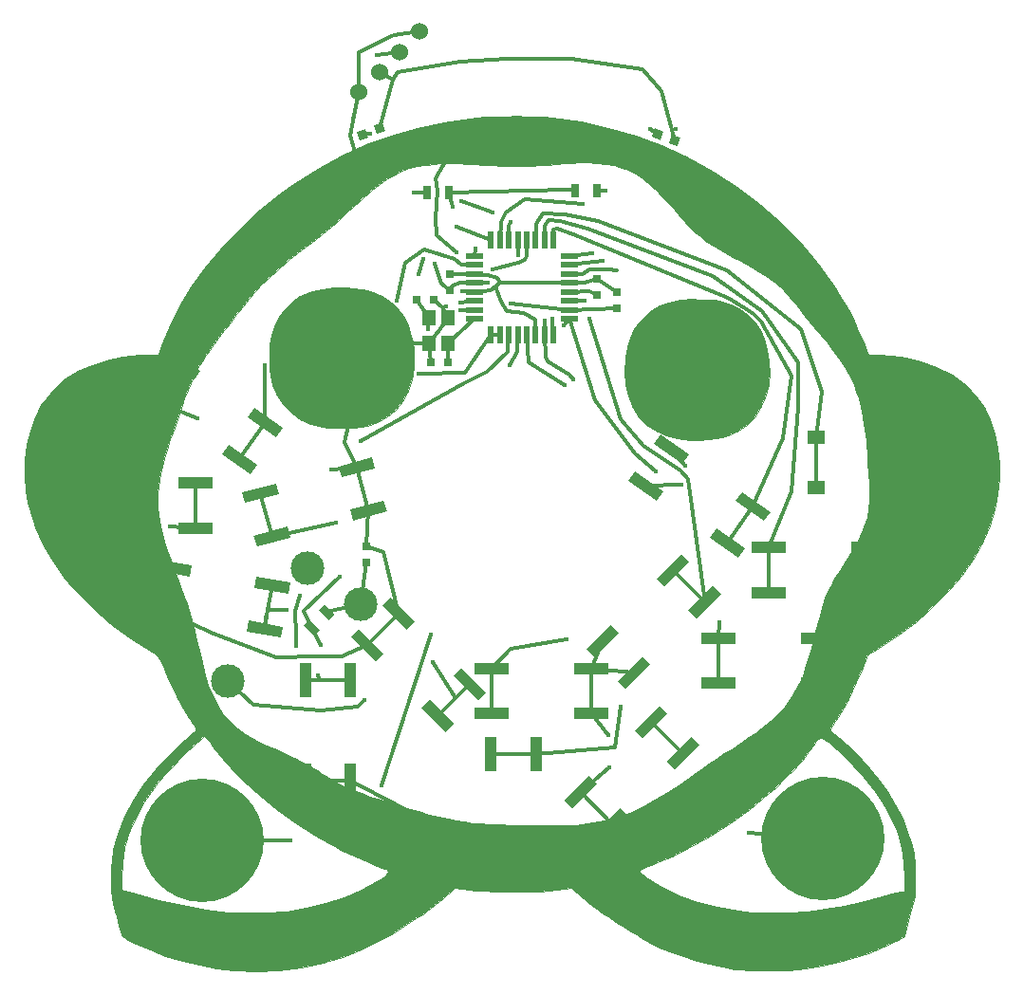
<source format=gtl>
G04 #@! TF.FileFunction,Copper,L1,Top,Signal*
%FSLAX46Y46*%
G04 Gerber Fmt 4.6, Leading zero omitted, Abs format (unit mm)*
G04 Created by KiCad (PCBNEW 4.0.7-e2-6376~58~ubuntu16.04.1) date Tue Oct 31 02:22:27 2017*
%MOMM*%
%LPD*%
G01*
G04 APERTURE LIST*
%ADD10C,0.100000*%
%ADD11C,0.010000*%
%ADD12R,0.750000X0.800000*%
%ADD13R,0.800000X0.750000*%
%ADD14C,11.000000*%
%ADD15R,1.193800X1.397000*%
%ADD16R,1.600000X0.550000*%
%ADD17R,0.550000X1.600000*%
%ADD18R,0.700000X1.300000*%
%ADD19R,3.100000X1.000000*%
%ADD20R,1.000000X3.100000*%
%ADD21C,3.000000*%
%ADD22R,1.550000X1.300000*%
%ADD23C,1.524000*%
%ADD24C,0.400000*%
%ADD25C,0.355600*%
G04 APERTURE END LIST*
D10*
D11*
G36*
X1043315Y35922462D02*
X1909308Y35900254D01*
X2672216Y35863030D01*
X3290968Y35810507D01*
X3320221Y35807143D01*
X5900884Y35423112D01*
X8378357Y34885665D01*
X10762185Y34192021D01*
X13061912Y33339398D01*
X15287084Y32325016D01*
X15311123Y32312977D01*
X17561165Y31081029D01*
X19701002Y29697461D01*
X21725896Y28166462D01*
X23631112Y26492219D01*
X25411911Y24678922D01*
X27063556Y22730760D01*
X28581311Y20651919D01*
X28700818Y20474084D01*
X29210315Y19651690D01*
X29735844Y18696031D01*
X30253117Y17657619D01*
X30737844Y16586966D01*
X31165738Y15534584D01*
X31433999Y14789905D01*
X31484186Y14712588D01*
X31595556Y14663648D01*
X31803934Y14636965D01*
X32145144Y14626417D01*
X32397603Y14625275D01*
X33650070Y14558255D01*
X34930396Y14365177D01*
X36193051Y14058015D01*
X37392506Y13648741D01*
X38483231Y13149329D01*
X38897259Y12915998D01*
X39573897Y12453088D01*
X40256154Y11886940D01*
X40871390Y11280681D01*
X41152155Y10956398D01*
X41844080Y9952357D01*
X42398281Y8837196D01*
X42814036Y7628750D01*
X43090624Y6344855D01*
X43227326Y5003346D01*
X43223421Y3622058D01*
X43078187Y2218826D01*
X42790904Y811487D01*
X42360853Y-582126D01*
X41787311Y-1944175D01*
X41682035Y-2158271D01*
X40848405Y-3626707D01*
X39838066Y-5069399D01*
X38661875Y-6475386D01*
X37330691Y-7833705D01*
X35855372Y-9133394D01*
X34246774Y-10363491D01*
X32515755Y-11513033D01*
X32263526Y-11667363D01*
X31479423Y-12142237D01*
X31031685Y-13269407D01*
X30389652Y-14784481D01*
X29735756Y-16124656D01*
X29063394Y-17303108D01*
X28817370Y-17687546D01*
X28558448Y-18087933D01*
X28345127Y-18433705D01*
X28195457Y-18694354D01*
X28127487Y-18839373D01*
X28125904Y-18856287D01*
X28207849Y-18947624D01*
X28400060Y-19124332D01*
X28666375Y-19353634D01*
X28767258Y-19437653D01*
X30091761Y-20623811D01*
X31341662Y-21925351D01*
X32475410Y-23296622D01*
X33203392Y-24311816D01*
X33952338Y-25520030D01*
X34555518Y-26704776D01*
X35038051Y-27921313D01*
X35410014Y-29166206D01*
X35506514Y-29554250D01*
X35576667Y-29886062D01*
X35624681Y-30205019D01*
X35654767Y-30554499D01*
X35671133Y-30977877D01*
X35677989Y-31518531D01*
X35679323Y-31941391D01*
X35681703Y-33681762D01*
X35224442Y-35473022D01*
X34767182Y-37264283D01*
X34142590Y-37604254D01*
X32926266Y-38200570D01*
X31563746Y-38750973D01*
X30093932Y-39243279D01*
X28555730Y-39665303D01*
X26988041Y-40004861D01*
X25897999Y-40186373D01*
X25231846Y-40260384D01*
X24434017Y-40312803D01*
X23551369Y-40343604D01*
X22630761Y-40352762D01*
X21719051Y-40340251D01*
X20863099Y-40306045D01*
X20109762Y-40250117D01*
X19613363Y-40189855D01*
X18490893Y-39990333D01*
X17336347Y-39732792D01*
X16183445Y-39427911D01*
X15065908Y-39086372D01*
X14017456Y-38718856D01*
X13071809Y-38336045D01*
X12262689Y-37948620D01*
X11906961Y-37748800D01*
X11675322Y-37611441D01*
X11334552Y-37411210D01*
X10938305Y-37179576D01*
X10683998Y-37031493D01*
X10225888Y-36758651D01*
X9738510Y-36457858D01*
X9300706Y-36178127D01*
X9140430Y-36071881D01*
X8780515Y-35833971D01*
X8432534Y-35611919D01*
X8161058Y-35446764D01*
X8118975Y-35422680D01*
X7816338Y-35227952D01*
X7402099Y-34924845D01*
X6902036Y-34533537D01*
X6341926Y-34074207D01*
X5747548Y-33567031D01*
X5740622Y-33561006D01*
X5056579Y-32965815D01*
X3765067Y-33132737D01*
X3050953Y-33204437D01*
X2192196Y-33257305D01*
X1231357Y-33291343D01*
X210997Y-33306553D01*
X-826323Y-33302936D01*
X-1838044Y-33280492D01*
X-2781604Y-33239223D01*
X-3614443Y-33179131D01*
X-4055801Y-33132511D01*
X-5411082Y-32965937D01*
X-5796171Y-33338049D01*
X-6016471Y-33538862D01*
X-6322071Y-33801250D01*
X-6683978Y-34102111D01*
X-7073203Y-34418346D01*
X-7460754Y-34726854D01*
X-7817639Y-35004537D01*
X-8114869Y-35228292D01*
X-8323451Y-35375021D01*
X-8411735Y-35422132D01*
X-8519238Y-35471717D01*
X-8745500Y-35605682D01*
X-9054222Y-35801837D01*
X-9312832Y-35972917D01*
X-10885931Y-36973305D01*
X-12403595Y-37818836D01*
X-13894549Y-38522929D01*
X-15387516Y-39099004D01*
X-16911224Y-39560478D01*
X-17093853Y-39607862D01*
X-19122629Y-40044922D01*
X-21104874Y-40307211D01*
X-23059430Y-40396384D01*
X-25005137Y-40314098D01*
X-25068391Y-40308570D01*
X-26584509Y-40122533D01*
X-28129454Y-39836278D01*
X-29665723Y-39460858D01*
X-31155810Y-39007324D01*
X-32562208Y-38486729D01*
X-33847414Y-37910124D01*
X-34638668Y-37488418D01*
X-34830374Y-37372763D01*
X-34963594Y-37261143D01*
X-35061749Y-37112122D01*
X-35148260Y-36884266D01*
X-35246546Y-36536139D01*
X-35306822Y-36306331D01*
X-35421137Y-35888589D01*
X-35531331Y-35521504D01*
X-35621854Y-35255214D01*
X-35661932Y-35161491D01*
X-35717789Y-34988873D01*
X-35786389Y-34675299D01*
X-35858692Y-34266695D01*
X-35920457Y-33848218D01*
X-35997687Y-33035471D01*
X-36027183Y-32154640D01*
X-36026263Y-32106021D01*
X-35107175Y-32106021D01*
X-35105590Y-32565871D01*
X-35095389Y-32869560D01*
X-35071294Y-33049047D01*
X-35028031Y-33136288D01*
X-34960323Y-33163242D01*
X-34932460Y-33164354D01*
X-34771267Y-33191224D01*
X-34478278Y-33263646D01*
X-34100738Y-33369338D01*
X-33827090Y-33451696D01*
X-31781387Y-34025185D01*
X-29678500Y-34502075D01*
X-27578865Y-34870414D01*
X-25542925Y-35118250D01*
X-25284091Y-35141162D01*
X-24726571Y-35172427D01*
X-24034273Y-35187090D01*
X-23259737Y-35186203D01*
X-22455501Y-35170819D01*
X-21674107Y-35141989D01*
X-20968094Y-35100767D01*
X-20390001Y-35048203D01*
X-20339408Y-35042137D01*
X-18563192Y-34751692D01*
X-16849790Y-34329998D01*
X-15222938Y-33785141D01*
X-13706373Y-33125207D01*
X-12323829Y-32358282D01*
X-12165072Y-32257522D01*
X-11761381Y-31987950D01*
X-11499783Y-31786987D01*
X-11356856Y-31633767D01*
X-11309181Y-31507421D01*
X-11308746Y-31494540D01*
X-11310191Y-31488724D01*
X11109016Y-31488724D01*
X11272375Y-31698898D01*
X11609080Y-31969359D01*
X11716806Y-32044326D01*
X13108488Y-32884096D01*
X14636336Y-33602863D01*
X16289516Y-34197061D01*
X18057195Y-34663123D01*
X19928539Y-34997482D01*
X21100221Y-35133737D01*
X21662779Y-35169132D01*
X22364524Y-35186331D01*
X23157459Y-35186183D01*
X23993590Y-35169537D01*
X24824921Y-35137243D01*
X25603456Y-35090149D01*
X26133184Y-35044694D01*
X27732457Y-34838666D01*
X29443677Y-34532672D01*
X31225037Y-34135185D01*
X33034728Y-33654680D01*
X33136310Y-33625416D01*
X33616534Y-33492712D01*
X34042372Y-33386615D01*
X34376593Y-33315545D01*
X34581966Y-33287917D01*
X34617977Y-33290426D01*
X34686824Y-33295567D01*
X34734134Y-33249768D01*
X34763905Y-33124703D01*
X34780137Y-32892047D01*
X34786827Y-32523475D01*
X34787999Y-32086018D01*
X34717440Y-30694980D01*
X34502055Y-29353243D01*
X34136281Y-28049516D01*
X33614556Y-26772508D01*
X32931317Y-25510930D01*
X32081001Y-24253491D01*
X31058047Y-22988901D01*
X29856890Y-21705870D01*
X29500485Y-21354030D01*
X28881344Y-20759240D01*
X28376315Y-20293555D01*
X27970721Y-19948920D01*
X27649879Y-19717284D01*
X27399110Y-19590595D01*
X27203734Y-19560799D01*
X27049070Y-19619844D01*
X26920439Y-19759678D01*
X26841124Y-19895299D01*
X26687613Y-20144714D01*
X26485403Y-20418900D01*
X26447946Y-20464427D01*
X26242133Y-20732880D01*
X26066945Y-20999786D01*
X26044715Y-21039137D01*
X25895057Y-21253801D01*
X25630055Y-21571797D01*
X25272872Y-21969113D01*
X24846667Y-22421736D01*
X24374601Y-22905656D01*
X23879835Y-23396859D01*
X23385531Y-23871335D01*
X22914848Y-24305070D01*
X22771402Y-24432748D01*
X20993496Y-25909670D01*
X19186311Y-27227132D01*
X17308057Y-28413406D01*
X15316945Y-29496765D01*
X15196733Y-29557230D01*
X14631337Y-29831691D01*
X14000990Y-30123149D01*
X13345337Y-30414605D01*
X12704022Y-30689056D01*
X12116688Y-30929503D01*
X11622980Y-31118944D01*
X11292999Y-31231312D01*
X11116670Y-31334356D01*
X11109016Y-31488724D01*
X-11310191Y-31488724D01*
X-11349779Y-31329449D01*
X-11418370Y-31282873D01*
X-11590089Y-31244140D01*
X-11903426Y-31135953D01*
X-12330404Y-30970332D01*
X-12843046Y-30759295D01*
X-13413377Y-30514861D01*
X-14013418Y-30249049D01*
X-14615195Y-29973877D01*
X-15190730Y-29701364D01*
X-15712048Y-29443529D01*
X-15776816Y-29410466D01*
X-17684487Y-28357142D01*
X-19520460Y-27193959D01*
X-21265365Y-25936722D01*
X-22899832Y-24601237D01*
X-24404493Y-23203311D01*
X-25759977Y-21758749D01*
X-26924594Y-20313552D01*
X-27148510Y-20025661D01*
X-27366831Y-19767910D01*
X-27474624Y-19653559D01*
X-27695396Y-19438125D01*
X-28556476Y-20174904D01*
X-29223687Y-20773177D01*
X-29926597Y-21451726D01*
X-30626367Y-22169785D01*
X-31284161Y-22886587D01*
X-31861141Y-23561365D01*
X-32225805Y-24026517D01*
X-33129936Y-25349771D01*
X-33855745Y-26656591D01*
X-34409800Y-27965399D01*
X-34798670Y-29294612D01*
X-35028925Y-30662652D01*
X-35107132Y-32087938D01*
X-35107175Y-32106021D01*
X-36026263Y-32106021D01*
X-36010358Y-31266006D01*
X-35948624Y-30429850D01*
X-35843390Y-29706454D01*
X-35820949Y-29597524D01*
X-35407303Y-28117253D01*
X-34813062Y-26640554D01*
X-34045623Y-25178652D01*
X-33112386Y-23742771D01*
X-32020746Y-22344136D01*
X-30778102Y-20993972D01*
X-29391851Y-19703504D01*
X-29182371Y-19524550D01*
X-28878075Y-19262181D01*
X-28632641Y-19040801D01*
X-28479077Y-18890712D01*
X-28444653Y-18847212D01*
X-28481062Y-18742104D01*
X-28603608Y-18512974D01*
X-28793780Y-18192160D01*
X-29033067Y-17812001D01*
X-29068505Y-17757312D01*
X-29588632Y-16916609D01*
X-30065710Y-16053592D01*
X-30524218Y-15120237D01*
X-30988633Y-14068520D01*
X-31165138Y-13643984D01*
X-31374901Y-13136703D01*
X-31534200Y-12772311D01*
X-31662802Y-12519145D01*
X-31780472Y-12345544D01*
X-31906974Y-12219845D01*
X-32062073Y-12110388D01*
X-32160575Y-12049386D01*
X-34121986Y-10779996D01*
X-35900031Y-9473507D01*
X-37496098Y-8128404D01*
X-38911572Y-6743172D01*
X-40147841Y-5316298D01*
X-41206290Y-3846266D01*
X-42088308Y-2331564D01*
X-42795279Y-770675D01*
X-43003038Y-209116D01*
X-43392647Y1136247D01*
X-43466756Y1548979D01*
X-31856163Y1548979D01*
X-31845505Y964755D01*
X-31809174Y406112D01*
X-31741301Y-149564D01*
X-31636018Y-724891D01*
X-31487455Y-1342483D01*
X-31289745Y-2024957D01*
X-31037018Y-2794927D01*
X-30723405Y-3675009D01*
X-30343038Y-4687820D01*
X-30022470Y-5517247D01*
X-29718830Y-6302959D01*
X-29466623Y-6976429D01*
X-29254212Y-7576442D01*
X-29069957Y-8141785D01*
X-28902222Y-8711246D01*
X-28739367Y-9323612D01*
X-28569755Y-10017668D01*
X-28381747Y-10832203D01*
X-28244833Y-11441637D01*
X-27922641Y-12808933D01*
X-27598063Y-14006492D01*
X-27257664Y-15052400D01*
X-26888006Y-15964744D01*
X-26475655Y-16761610D01*
X-26007173Y-17461085D01*
X-25469125Y-18081254D01*
X-24848075Y-18640204D01*
X-24130587Y-19156021D01*
X-23303224Y-19646792D01*
X-22352552Y-20130603D01*
X-21498541Y-20522871D01*
X-20428752Y-21006327D01*
X-19514857Y-21440063D01*
X-18734790Y-21835442D01*
X-18066488Y-22203825D01*
X-17487886Y-22556573D01*
X-17270455Y-22700000D01*
X-16709442Y-23067638D01*
X-16169532Y-23394248D01*
X-15625147Y-23690790D01*
X-15050708Y-23968224D01*
X-14420640Y-24237509D01*
X-13709363Y-24509607D01*
X-12891300Y-24795478D01*
X-11940873Y-25106081D01*
X-10884882Y-25436259D01*
X-9655374Y-25811564D01*
X-8577483Y-26131347D01*
X-7624612Y-26400407D01*
X-6770160Y-26623540D01*
X-5987531Y-26805547D01*
X-5250124Y-26951223D01*
X-4531342Y-27065369D01*
X-3804584Y-27152781D01*
X-3043253Y-27218258D01*
X-2220750Y-27266598D01*
X-1310476Y-27302599D01*
X-395705Y-27328378D01*
X644217Y-27353756D01*
X1517634Y-27374047D01*
X2246122Y-27389252D01*
X2851255Y-27399371D01*
X3354609Y-27404405D01*
X3777759Y-27404355D01*
X4142279Y-27399220D01*
X4469745Y-27389002D01*
X4781732Y-27373700D01*
X5099814Y-27353315D01*
X5436888Y-27328511D01*
X6515292Y-27219061D01*
X7536954Y-27054600D01*
X8522752Y-26826115D01*
X9493564Y-26524593D01*
X10470271Y-26141021D01*
X11473751Y-25666384D01*
X12524882Y-25091671D01*
X13644545Y-24407867D01*
X14853617Y-23605960D01*
X16114295Y-22719190D01*
X16650955Y-22340064D01*
X17293148Y-21897376D01*
X17987042Y-21427574D01*
X18678804Y-20967107D01*
X19312814Y-20553574D01*
X20159761Y-20003199D01*
X20869376Y-19529226D01*
X21466792Y-19113167D01*
X21977142Y-18736532D01*
X22425562Y-18380832D01*
X22837185Y-18027579D01*
X23197541Y-17695909D01*
X24071797Y-16766823D01*
X24794584Y-15770573D01*
X25229454Y-15008058D01*
X25425565Y-14615773D01*
X25599011Y-14236714D01*
X25758586Y-13844104D01*
X25913086Y-13411163D01*
X26071307Y-12911111D01*
X26242043Y-12317171D01*
X26434090Y-11602562D01*
X26656243Y-10740506D01*
X26741028Y-10405767D01*
X26980963Y-9462870D01*
X27189871Y-8671774D01*
X27380908Y-8001390D01*
X27567230Y-7420633D01*
X27761991Y-6898415D01*
X27978348Y-6403649D01*
X28229456Y-5905249D01*
X28528471Y-5372127D01*
X28888549Y-4773197D01*
X29322845Y-4077371D01*
X29613869Y-3617238D01*
X30169173Y-2720448D01*
X30618285Y-1936010D01*
X30970846Y-1228011D01*
X31236496Y-560540D01*
X31424877Y102318D01*
X31545630Y796473D01*
X31608395Y1557840D01*
X31622813Y2422331D01*
X31598525Y3425858D01*
X31586367Y3730387D01*
X31487446Y5431185D01*
X31341238Y6996227D01*
X31149479Y8410992D01*
X30913905Y9660960D01*
X30838251Y9988034D01*
X30656169Y10696395D01*
X30463959Y11339767D01*
X30249345Y11939160D01*
X30000051Y12515587D01*
X29703804Y13090058D01*
X29348327Y13683584D01*
X28921346Y14317177D01*
X28410584Y15011849D01*
X27803768Y15788609D01*
X27088621Y16668470D01*
X26570810Y17292511D01*
X26143820Y17806690D01*
X25736375Y18302060D01*
X25371152Y18750684D01*
X25070832Y19124625D01*
X24858094Y19395947D01*
X24793775Y19481491D01*
X24377804Y19981584D01*
X23844023Y20520159D01*
X23242763Y21051266D01*
X22624353Y21528955D01*
X22333758Y21727369D01*
X22015829Y21923867D01*
X21569709Y22185637D01*
X21033947Y22490785D01*
X20447090Y22817417D01*
X19847686Y23143640D01*
X19714839Y23214849D01*
X18865379Y23673916D01*
X18152807Y24075371D01*
X17546816Y24443302D01*
X17017104Y24801794D01*
X16533365Y25174934D01*
X16065295Y25586808D01*
X15582590Y26061502D01*
X15054944Y26623104D01*
X14452055Y27295698D01*
X14152939Y27635514D01*
X13355327Y28524920D01*
X12640702Y29272114D01*
X11986578Y29890689D01*
X11370469Y30394236D01*
X10769887Y30796348D01*
X10162347Y31110618D01*
X9525362Y31350637D01*
X8836445Y31529999D01*
X8073110Y31662294D01*
X7349743Y31747815D01*
X7034606Y31776038D01*
X6724588Y31795175D01*
X6397309Y31804396D01*
X6030384Y31802872D01*
X5601431Y31789773D01*
X5088068Y31764270D01*
X4467912Y31725533D01*
X3718581Y31672733D01*
X2817691Y31605040D01*
X2191332Y31556637D01*
X1551082Y31512910D01*
X930864Y31484835D01*
X298284Y31472771D01*
X-379051Y31477075D01*
X-1133534Y31498104D01*
X-1997558Y31536217D01*
X-3003517Y31591771D01*
X-3453112Y31618969D01*
X-4288413Y31668152D01*
X-4969885Y31702077D01*
X-5531193Y31721161D01*
X-6006003Y31725822D01*
X-6427979Y31716476D01*
X-6830787Y31693540D01*
X-7169038Y31665013D01*
X-7998340Y31570328D01*
X-8746922Y31443345D01*
X-9436244Y31272258D01*
X-10087767Y31045261D01*
X-10722953Y30750548D01*
X-11363261Y30376314D01*
X-12030153Y29910752D01*
X-12745089Y29342056D01*
X-13529529Y28658422D01*
X-14404936Y27848042D01*
X-14811382Y27460825D01*
X-15587530Y26737372D01*
X-16367702Y26048970D01*
X-17109242Y25432255D01*
X-17741247Y24944543D01*
X-18994256Y24007965D01*
X-20094956Y23148860D01*
X-21056681Y22355476D01*
X-21892766Y21616056D01*
X-22616546Y20918847D01*
X-23241354Y20252093D01*
X-23738051Y19658238D01*
X-24269844Y18978751D01*
X-24821910Y18264880D01*
X-25375768Y17541192D01*
X-25912940Y16832257D01*
X-26414947Y16162641D01*
X-26863311Y15556912D01*
X-27239552Y15039637D01*
X-27525191Y14635385D01*
X-27611605Y14508343D01*
X-27921628Y14032856D01*
X-28195810Y13581666D01*
X-28446524Y13127671D01*
X-28686139Y12643773D01*
X-28927028Y12102871D01*
X-29181563Y11477866D01*
X-29462113Y10741657D01*
X-29781052Y9867146D01*
X-29963200Y9357127D01*
X-30386265Y8153267D01*
X-30743831Y7102887D01*
X-31040975Y6185056D01*
X-31282770Y5378843D01*
X-31474290Y4663317D01*
X-31620611Y4017547D01*
X-31726806Y3420602D01*
X-31797950Y2851551D01*
X-31839117Y2289463D01*
X-31855381Y1713407D01*
X-31856163Y1548979D01*
X-43466756Y1548979D01*
X-43639369Y2510304D01*
X-43745612Y3890914D01*
X-43713787Y5255933D01*
X-43546305Y6583222D01*
X-43245576Y7850637D01*
X-42814010Y9036038D01*
X-42254018Y10117283D01*
X-41807480Y10773338D01*
X-40996027Y11688111D01*
X-40042354Y12486499D01*
X-38954989Y13164700D01*
X-37742457Y13718917D01*
X-36413283Y14145349D01*
X-34975995Y14440195D01*
X-33439118Y14599657D01*
X-33194386Y14611931D01*
X-31797142Y14672312D01*
X-31428497Y15660090D01*
X-30695702Y17412684D01*
X-29822197Y19113182D01*
X-28798828Y20775168D01*
X-27616442Y22412227D01*
X-26265885Y24037944D01*
X-24738006Y25665903D01*
X-24579839Y25824628D01*
X-23629208Y26751596D01*
X-22746231Y27561963D01*
X-21888117Y28291446D01*
X-21012074Y28975765D01*
X-20075311Y29650638D01*
X-19633853Y29953132D01*
X-17548965Y31267753D01*
X-15430446Y32411765D01*
X-13261610Y33391369D01*
X-11025768Y34212767D01*
X-8706231Y34882160D01*
X-6286313Y35405749D01*
X-4017557Y35756323D01*
X-3395506Y35818232D01*
X-2630125Y35866833D01*
X-1762484Y35901841D01*
X-833650Y35922971D01*
X115306Y35929940D01*
X1043315Y35922462D01*
X1043315Y35922462D01*
G37*
X1043315Y35922462D02*
X1909308Y35900254D01*
X2672216Y35863030D01*
X3290968Y35810507D01*
X3320221Y35807143D01*
X5900884Y35423112D01*
X8378357Y34885665D01*
X10762185Y34192021D01*
X13061912Y33339398D01*
X15287084Y32325016D01*
X15311123Y32312977D01*
X17561165Y31081029D01*
X19701002Y29697461D01*
X21725896Y28166462D01*
X23631112Y26492219D01*
X25411911Y24678922D01*
X27063556Y22730760D01*
X28581311Y20651919D01*
X28700818Y20474084D01*
X29210315Y19651690D01*
X29735844Y18696031D01*
X30253117Y17657619D01*
X30737844Y16586966D01*
X31165738Y15534584D01*
X31433999Y14789905D01*
X31484186Y14712588D01*
X31595556Y14663648D01*
X31803934Y14636965D01*
X32145144Y14626417D01*
X32397603Y14625275D01*
X33650070Y14558255D01*
X34930396Y14365177D01*
X36193051Y14058015D01*
X37392506Y13648741D01*
X38483231Y13149329D01*
X38897259Y12915998D01*
X39573897Y12453088D01*
X40256154Y11886940D01*
X40871390Y11280681D01*
X41152155Y10956398D01*
X41844080Y9952357D01*
X42398281Y8837196D01*
X42814036Y7628750D01*
X43090624Y6344855D01*
X43227326Y5003346D01*
X43223421Y3622058D01*
X43078187Y2218826D01*
X42790904Y811487D01*
X42360853Y-582126D01*
X41787311Y-1944175D01*
X41682035Y-2158271D01*
X40848405Y-3626707D01*
X39838066Y-5069399D01*
X38661875Y-6475386D01*
X37330691Y-7833705D01*
X35855372Y-9133394D01*
X34246774Y-10363491D01*
X32515755Y-11513033D01*
X32263526Y-11667363D01*
X31479423Y-12142237D01*
X31031685Y-13269407D01*
X30389652Y-14784481D01*
X29735756Y-16124656D01*
X29063394Y-17303108D01*
X28817370Y-17687546D01*
X28558448Y-18087933D01*
X28345127Y-18433705D01*
X28195457Y-18694354D01*
X28127487Y-18839373D01*
X28125904Y-18856287D01*
X28207849Y-18947624D01*
X28400060Y-19124332D01*
X28666375Y-19353634D01*
X28767258Y-19437653D01*
X30091761Y-20623811D01*
X31341662Y-21925351D01*
X32475410Y-23296622D01*
X33203392Y-24311816D01*
X33952338Y-25520030D01*
X34555518Y-26704776D01*
X35038051Y-27921313D01*
X35410014Y-29166206D01*
X35506514Y-29554250D01*
X35576667Y-29886062D01*
X35624681Y-30205019D01*
X35654767Y-30554499D01*
X35671133Y-30977877D01*
X35677989Y-31518531D01*
X35679323Y-31941391D01*
X35681703Y-33681762D01*
X35224442Y-35473022D01*
X34767182Y-37264283D01*
X34142590Y-37604254D01*
X32926266Y-38200570D01*
X31563746Y-38750973D01*
X30093932Y-39243279D01*
X28555730Y-39665303D01*
X26988041Y-40004861D01*
X25897999Y-40186373D01*
X25231846Y-40260384D01*
X24434017Y-40312803D01*
X23551369Y-40343604D01*
X22630761Y-40352762D01*
X21719051Y-40340251D01*
X20863099Y-40306045D01*
X20109762Y-40250117D01*
X19613363Y-40189855D01*
X18490893Y-39990333D01*
X17336347Y-39732792D01*
X16183445Y-39427911D01*
X15065908Y-39086372D01*
X14017456Y-38718856D01*
X13071809Y-38336045D01*
X12262689Y-37948620D01*
X11906961Y-37748800D01*
X11675322Y-37611441D01*
X11334552Y-37411210D01*
X10938305Y-37179576D01*
X10683998Y-37031493D01*
X10225888Y-36758651D01*
X9738510Y-36457858D01*
X9300706Y-36178127D01*
X9140430Y-36071881D01*
X8780515Y-35833971D01*
X8432534Y-35611919D01*
X8161058Y-35446764D01*
X8118975Y-35422680D01*
X7816338Y-35227952D01*
X7402099Y-34924845D01*
X6902036Y-34533537D01*
X6341926Y-34074207D01*
X5747548Y-33567031D01*
X5740622Y-33561006D01*
X5056579Y-32965815D01*
X3765067Y-33132737D01*
X3050953Y-33204437D01*
X2192196Y-33257305D01*
X1231357Y-33291343D01*
X210997Y-33306553D01*
X-826323Y-33302936D01*
X-1838044Y-33280492D01*
X-2781604Y-33239223D01*
X-3614443Y-33179131D01*
X-4055801Y-33132511D01*
X-5411082Y-32965937D01*
X-5796171Y-33338049D01*
X-6016471Y-33538862D01*
X-6322071Y-33801250D01*
X-6683978Y-34102111D01*
X-7073203Y-34418346D01*
X-7460754Y-34726854D01*
X-7817639Y-35004537D01*
X-8114869Y-35228292D01*
X-8323451Y-35375021D01*
X-8411735Y-35422132D01*
X-8519238Y-35471717D01*
X-8745500Y-35605682D01*
X-9054222Y-35801837D01*
X-9312832Y-35972917D01*
X-10885931Y-36973305D01*
X-12403595Y-37818836D01*
X-13894549Y-38522929D01*
X-15387516Y-39099004D01*
X-16911224Y-39560478D01*
X-17093853Y-39607862D01*
X-19122629Y-40044922D01*
X-21104874Y-40307211D01*
X-23059430Y-40396384D01*
X-25005137Y-40314098D01*
X-25068391Y-40308570D01*
X-26584509Y-40122533D01*
X-28129454Y-39836278D01*
X-29665723Y-39460858D01*
X-31155810Y-39007324D01*
X-32562208Y-38486729D01*
X-33847414Y-37910124D01*
X-34638668Y-37488418D01*
X-34830374Y-37372763D01*
X-34963594Y-37261143D01*
X-35061749Y-37112122D01*
X-35148260Y-36884266D01*
X-35246546Y-36536139D01*
X-35306822Y-36306331D01*
X-35421137Y-35888589D01*
X-35531331Y-35521504D01*
X-35621854Y-35255214D01*
X-35661932Y-35161491D01*
X-35717789Y-34988873D01*
X-35786389Y-34675299D01*
X-35858692Y-34266695D01*
X-35920457Y-33848218D01*
X-35997687Y-33035471D01*
X-36027183Y-32154640D01*
X-36026263Y-32106021D01*
X-35107175Y-32106021D01*
X-35105590Y-32565871D01*
X-35095389Y-32869560D01*
X-35071294Y-33049047D01*
X-35028031Y-33136288D01*
X-34960323Y-33163242D01*
X-34932460Y-33164354D01*
X-34771267Y-33191224D01*
X-34478278Y-33263646D01*
X-34100738Y-33369338D01*
X-33827090Y-33451696D01*
X-31781387Y-34025185D01*
X-29678500Y-34502075D01*
X-27578865Y-34870414D01*
X-25542925Y-35118250D01*
X-25284091Y-35141162D01*
X-24726571Y-35172427D01*
X-24034273Y-35187090D01*
X-23259737Y-35186203D01*
X-22455501Y-35170819D01*
X-21674107Y-35141989D01*
X-20968094Y-35100767D01*
X-20390001Y-35048203D01*
X-20339408Y-35042137D01*
X-18563192Y-34751692D01*
X-16849790Y-34329998D01*
X-15222938Y-33785141D01*
X-13706373Y-33125207D01*
X-12323829Y-32358282D01*
X-12165072Y-32257522D01*
X-11761381Y-31987950D01*
X-11499783Y-31786987D01*
X-11356856Y-31633767D01*
X-11309181Y-31507421D01*
X-11308746Y-31494540D01*
X-11310191Y-31488724D01*
X11109016Y-31488724D01*
X11272375Y-31698898D01*
X11609080Y-31969359D01*
X11716806Y-32044326D01*
X13108488Y-32884096D01*
X14636336Y-33602863D01*
X16289516Y-34197061D01*
X18057195Y-34663123D01*
X19928539Y-34997482D01*
X21100221Y-35133737D01*
X21662779Y-35169132D01*
X22364524Y-35186331D01*
X23157459Y-35186183D01*
X23993590Y-35169537D01*
X24824921Y-35137243D01*
X25603456Y-35090149D01*
X26133184Y-35044694D01*
X27732457Y-34838666D01*
X29443677Y-34532672D01*
X31225037Y-34135185D01*
X33034728Y-33654680D01*
X33136310Y-33625416D01*
X33616534Y-33492712D01*
X34042372Y-33386615D01*
X34376593Y-33315545D01*
X34581966Y-33287917D01*
X34617977Y-33290426D01*
X34686824Y-33295567D01*
X34734134Y-33249768D01*
X34763905Y-33124703D01*
X34780137Y-32892047D01*
X34786827Y-32523475D01*
X34787999Y-32086018D01*
X34717440Y-30694980D01*
X34502055Y-29353243D01*
X34136281Y-28049516D01*
X33614556Y-26772508D01*
X32931317Y-25510930D01*
X32081001Y-24253491D01*
X31058047Y-22988901D01*
X29856890Y-21705870D01*
X29500485Y-21354030D01*
X28881344Y-20759240D01*
X28376315Y-20293555D01*
X27970721Y-19948920D01*
X27649879Y-19717284D01*
X27399110Y-19590595D01*
X27203734Y-19560799D01*
X27049070Y-19619844D01*
X26920439Y-19759678D01*
X26841124Y-19895299D01*
X26687613Y-20144714D01*
X26485403Y-20418900D01*
X26447946Y-20464427D01*
X26242133Y-20732880D01*
X26066945Y-20999786D01*
X26044715Y-21039137D01*
X25895057Y-21253801D01*
X25630055Y-21571797D01*
X25272872Y-21969113D01*
X24846667Y-22421736D01*
X24374601Y-22905656D01*
X23879835Y-23396859D01*
X23385531Y-23871335D01*
X22914848Y-24305070D01*
X22771402Y-24432748D01*
X20993496Y-25909670D01*
X19186311Y-27227132D01*
X17308057Y-28413406D01*
X15316945Y-29496765D01*
X15196733Y-29557230D01*
X14631337Y-29831691D01*
X14000990Y-30123149D01*
X13345337Y-30414605D01*
X12704022Y-30689056D01*
X12116688Y-30929503D01*
X11622980Y-31118944D01*
X11292999Y-31231312D01*
X11116670Y-31334356D01*
X11109016Y-31488724D01*
X-11310191Y-31488724D01*
X-11349779Y-31329449D01*
X-11418370Y-31282873D01*
X-11590089Y-31244140D01*
X-11903426Y-31135953D01*
X-12330404Y-30970332D01*
X-12843046Y-30759295D01*
X-13413377Y-30514861D01*
X-14013418Y-30249049D01*
X-14615195Y-29973877D01*
X-15190730Y-29701364D01*
X-15712048Y-29443529D01*
X-15776816Y-29410466D01*
X-17684487Y-28357142D01*
X-19520460Y-27193959D01*
X-21265365Y-25936722D01*
X-22899832Y-24601237D01*
X-24404493Y-23203311D01*
X-25759977Y-21758749D01*
X-26924594Y-20313552D01*
X-27148510Y-20025661D01*
X-27366831Y-19767910D01*
X-27474624Y-19653559D01*
X-27695396Y-19438125D01*
X-28556476Y-20174904D01*
X-29223687Y-20773177D01*
X-29926597Y-21451726D01*
X-30626367Y-22169785D01*
X-31284161Y-22886587D01*
X-31861141Y-23561365D01*
X-32225805Y-24026517D01*
X-33129936Y-25349771D01*
X-33855745Y-26656591D01*
X-34409800Y-27965399D01*
X-34798670Y-29294612D01*
X-35028925Y-30662652D01*
X-35107132Y-32087938D01*
X-35107175Y-32106021D01*
X-36026263Y-32106021D01*
X-36010358Y-31266006D01*
X-35948624Y-30429850D01*
X-35843390Y-29706454D01*
X-35820949Y-29597524D01*
X-35407303Y-28117253D01*
X-34813062Y-26640554D01*
X-34045623Y-25178652D01*
X-33112386Y-23742771D01*
X-32020746Y-22344136D01*
X-30778102Y-20993972D01*
X-29391851Y-19703504D01*
X-29182371Y-19524550D01*
X-28878075Y-19262181D01*
X-28632641Y-19040801D01*
X-28479077Y-18890712D01*
X-28444653Y-18847212D01*
X-28481062Y-18742104D01*
X-28603608Y-18512974D01*
X-28793780Y-18192160D01*
X-29033067Y-17812001D01*
X-29068505Y-17757312D01*
X-29588632Y-16916609D01*
X-30065710Y-16053592D01*
X-30524218Y-15120237D01*
X-30988633Y-14068520D01*
X-31165138Y-13643984D01*
X-31374901Y-13136703D01*
X-31534200Y-12772311D01*
X-31662802Y-12519145D01*
X-31780472Y-12345544D01*
X-31906974Y-12219845D01*
X-32062073Y-12110388D01*
X-32160575Y-12049386D01*
X-34121986Y-10779996D01*
X-35900031Y-9473507D01*
X-37496098Y-8128404D01*
X-38911572Y-6743172D01*
X-40147841Y-5316298D01*
X-41206290Y-3846266D01*
X-42088308Y-2331564D01*
X-42795279Y-770675D01*
X-43003038Y-209116D01*
X-43392647Y1136247D01*
X-43466756Y1548979D01*
X-31856163Y1548979D01*
X-31845505Y964755D01*
X-31809174Y406112D01*
X-31741301Y-149564D01*
X-31636018Y-724891D01*
X-31487455Y-1342483D01*
X-31289745Y-2024957D01*
X-31037018Y-2794927D01*
X-30723405Y-3675009D01*
X-30343038Y-4687820D01*
X-30022470Y-5517247D01*
X-29718830Y-6302959D01*
X-29466623Y-6976429D01*
X-29254212Y-7576442D01*
X-29069957Y-8141785D01*
X-28902222Y-8711246D01*
X-28739367Y-9323612D01*
X-28569755Y-10017668D01*
X-28381747Y-10832203D01*
X-28244833Y-11441637D01*
X-27922641Y-12808933D01*
X-27598063Y-14006492D01*
X-27257664Y-15052400D01*
X-26888006Y-15964744D01*
X-26475655Y-16761610D01*
X-26007173Y-17461085D01*
X-25469125Y-18081254D01*
X-24848075Y-18640204D01*
X-24130587Y-19156021D01*
X-23303224Y-19646792D01*
X-22352552Y-20130603D01*
X-21498541Y-20522871D01*
X-20428752Y-21006327D01*
X-19514857Y-21440063D01*
X-18734790Y-21835442D01*
X-18066488Y-22203825D01*
X-17487886Y-22556573D01*
X-17270455Y-22700000D01*
X-16709442Y-23067638D01*
X-16169532Y-23394248D01*
X-15625147Y-23690790D01*
X-15050708Y-23968224D01*
X-14420640Y-24237509D01*
X-13709363Y-24509607D01*
X-12891300Y-24795478D01*
X-11940873Y-25106081D01*
X-10884882Y-25436259D01*
X-9655374Y-25811564D01*
X-8577483Y-26131347D01*
X-7624612Y-26400407D01*
X-6770160Y-26623540D01*
X-5987531Y-26805547D01*
X-5250124Y-26951223D01*
X-4531342Y-27065369D01*
X-3804584Y-27152781D01*
X-3043253Y-27218258D01*
X-2220750Y-27266598D01*
X-1310476Y-27302599D01*
X-395705Y-27328378D01*
X644217Y-27353756D01*
X1517634Y-27374047D01*
X2246122Y-27389252D01*
X2851255Y-27399371D01*
X3354609Y-27404405D01*
X3777759Y-27404355D01*
X4142279Y-27399220D01*
X4469745Y-27389002D01*
X4781732Y-27373700D01*
X5099814Y-27353315D01*
X5436888Y-27328511D01*
X6515292Y-27219061D01*
X7536954Y-27054600D01*
X8522752Y-26826115D01*
X9493564Y-26524593D01*
X10470271Y-26141021D01*
X11473751Y-25666384D01*
X12524882Y-25091671D01*
X13644545Y-24407867D01*
X14853617Y-23605960D01*
X16114295Y-22719190D01*
X16650955Y-22340064D01*
X17293148Y-21897376D01*
X17987042Y-21427574D01*
X18678804Y-20967107D01*
X19312814Y-20553574D01*
X20159761Y-20003199D01*
X20869376Y-19529226D01*
X21466792Y-19113167D01*
X21977142Y-18736532D01*
X22425562Y-18380832D01*
X22837185Y-18027579D01*
X23197541Y-17695909D01*
X24071797Y-16766823D01*
X24794584Y-15770573D01*
X25229454Y-15008058D01*
X25425565Y-14615773D01*
X25599011Y-14236714D01*
X25758586Y-13844104D01*
X25913086Y-13411163D01*
X26071307Y-12911111D01*
X26242043Y-12317171D01*
X26434090Y-11602562D01*
X26656243Y-10740506D01*
X26741028Y-10405767D01*
X26980963Y-9462870D01*
X27189871Y-8671774D01*
X27380908Y-8001390D01*
X27567230Y-7420633D01*
X27761991Y-6898415D01*
X27978348Y-6403649D01*
X28229456Y-5905249D01*
X28528471Y-5372127D01*
X28888549Y-4773197D01*
X29322845Y-4077371D01*
X29613869Y-3617238D01*
X30169173Y-2720448D01*
X30618285Y-1936010D01*
X30970846Y-1228011D01*
X31236496Y-560540D01*
X31424877Y102318D01*
X31545630Y796473D01*
X31608395Y1557840D01*
X31622813Y2422331D01*
X31598525Y3425858D01*
X31586367Y3730387D01*
X31487446Y5431185D01*
X31341238Y6996227D01*
X31149479Y8410992D01*
X30913905Y9660960D01*
X30838251Y9988034D01*
X30656169Y10696395D01*
X30463959Y11339767D01*
X30249345Y11939160D01*
X30000051Y12515587D01*
X29703804Y13090058D01*
X29348327Y13683584D01*
X28921346Y14317177D01*
X28410584Y15011849D01*
X27803768Y15788609D01*
X27088621Y16668470D01*
X26570810Y17292511D01*
X26143820Y17806690D01*
X25736375Y18302060D01*
X25371152Y18750684D01*
X25070832Y19124625D01*
X24858094Y19395947D01*
X24793775Y19481491D01*
X24377804Y19981584D01*
X23844023Y20520159D01*
X23242763Y21051266D01*
X22624353Y21528955D01*
X22333758Y21727369D01*
X22015829Y21923867D01*
X21569709Y22185637D01*
X21033947Y22490785D01*
X20447090Y22817417D01*
X19847686Y23143640D01*
X19714839Y23214849D01*
X18865379Y23673916D01*
X18152807Y24075371D01*
X17546816Y24443302D01*
X17017104Y24801794D01*
X16533365Y25174934D01*
X16065295Y25586808D01*
X15582590Y26061502D01*
X15054944Y26623104D01*
X14452055Y27295698D01*
X14152939Y27635514D01*
X13355327Y28524920D01*
X12640702Y29272114D01*
X11986578Y29890689D01*
X11370469Y30394236D01*
X10769887Y30796348D01*
X10162347Y31110618D01*
X9525362Y31350637D01*
X8836445Y31529999D01*
X8073110Y31662294D01*
X7349743Y31747815D01*
X7034606Y31776038D01*
X6724588Y31795175D01*
X6397309Y31804396D01*
X6030384Y31802872D01*
X5601431Y31789773D01*
X5088068Y31764270D01*
X4467912Y31725533D01*
X3718581Y31672733D01*
X2817691Y31605040D01*
X2191332Y31556637D01*
X1551082Y31512910D01*
X930864Y31484835D01*
X298284Y31472771D01*
X-379051Y31477075D01*
X-1133534Y31498104D01*
X-1997558Y31536217D01*
X-3003517Y31591771D01*
X-3453112Y31618969D01*
X-4288413Y31668152D01*
X-4969885Y31702077D01*
X-5531193Y31721161D01*
X-6006003Y31725822D01*
X-6427979Y31716476D01*
X-6830787Y31693540D01*
X-7169038Y31665013D01*
X-7998340Y31570328D01*
X-8746922Y31443345D01*
X-9436244Y31272258D01*
X-10087767Y31045261D01*
X-10722953Y30750548D01*
X-11363261Y30376314D01*
X-12030153Y29910752D01*
X-12745089Y29342056D01*
X-13529529Y28658422D01*
X-14404936Y27848042D01*
X-14811382Y27460825D01*
X-15587530Y26737372D01*
X-16367702Y26048970D01*
X-17109242Y25432255D01*
X-17741247Y24944543D01*
X-18994256Y24007965D01*
X-20094956Y23148860D01*
X-21056681Y22355476D01*
X-21892766Y21616056D01*
X-22616546Y20918847D01*
X-23241354Y20252093D01*
X-23738051Y19658238D01*
X-24269844Y18978751D01*
X-24821910Y18264880D01*
X-25375768Y17541192D01*
X-25912940Y16832257D01*
X-26414947Y16162641D01*
X-26863311Y15556912D01*
X-27239552Y15039637D01*
X-27525191Y14635385D01*
X-27611605Y14508343D01*
X-27921628Y14032856D01*
X-28195810Y13581666D01*
X-28446524Y13127671D01*
X-28686139Y12643773D01*
X-28927028Y12102871D01*
X-29181563Y11477866D01*
X-29462113Y10741657D01*
X-29781052Y9867146D01*
X-29963200Y9357127D01*
X-30386265Y8153267D01*
X-30743831Y7102887D01*
X-31040975Y6185056D01*
X-31282770Y5378843D01*
X-31474290Y4663317D01*
X-31620611Y4017547D01*
X-31726806Y3420602D01*
X-31797950Y2851551D01*
X-31839117Y2289463D01*
X-31855381Y1713407D01*
X-31856163Y1548979D01*
X-43466756Y1548979D01*
X-43639369Y2510304D01*
X-43745612Y3890914D01*
X-43713787Y5255933D01*
X-43546305Y6583222D01*
X-43245576Y7850637D01*
X-42814010Y9036038D01*
X-42254018Y10117283D01*
X-41807480Y10773338D01*
X-40996027Y11688111D01*
X-40042354Y12486499D01*
X-38954989Y13164700D01*
X-37742457Y13718917D01*
X-36413283Y14145349D01*
X-34975995Y14440195D01*
X-33439118Y14599657D01*
X-33194386Y14611931D01*
X-31797142Y14672312D01*
X-31428497Y15660090D01*
X-30695702Y17412684D01*
X-29822197Y19113182D01*
X-28798828Y20775168D01*
X-27616442Y22412227D01*
X-26265885Y24037944D01*
X-24738006Y25665903D01*
X-24579839Y25824628D01*
X-23629208Y26751596D01*
X-22746231Y27561963D01*
X-21888117Y28291446D01*
X-21012074Y28975765D01*
X-20075311Y29650638D01*
X-19633853Y29953132D01*
X-17548965Y31267753D01*
X-15430446Y32411765D01*
X-13261610Y33391369D01*
X-11025768Y34212767D01*
X-8706231Y34882160D01*
X-6286313Y35405749D01*
X-4017557Y35756323D01*
X-3395506Y35818232D01*
X-2630125Y35866833D01*
X-1762484Y35901841D01*
X-833650Y35922971D01*
X115306Y35929940D01*
X1043315Y35922462D01*
G36*
X16584666Y19583198D02*
X17194144Y19550902D01*
X17753934Y19500656D01*
X18213900Y19437750D01*
X18466147Y19384653D01*
X19308270Y19086597D01*
X20101154Y18671258D01*
X20811054Y18163132D01*
X21404227Y17586711D01*
X21846929Y16966490D01*
X21879506Y16906983D01*
X22253489Y16042717D01*
X22525716Y15070900D01*
X22687842Y14047303D01*
X22731520Y13027698D01*
X22648402Y12067857D01*
X22624196Y11930973D01*
X22338409Y10832098D01*
X21925399Y9871821D01*
X21385095Y9050062D01*
X20717424Y8366737D01*
X19922314Y7821764D01*
X18999694Y7415061D01*
X18542719Y7277088D01*
X17952269Y7160690D01*
X17239649Y7081141D01*
X16467585Y7040466D01*
X15698805Y7040694D01*
X14996035Y7083850D01*
X14538896Y7147697D01*
X13484377Y7427883D01*
X12555254Y7844053D01*
X11755091Y8393669D01*
X11087447Y9074193D01*
X10555886Y9883090D01*
X10474296Y10043429D01*
X10089597Y11010654D01*
X9859581Y12029990D01*
X9780991Y13123952D01*
X9850571Y14315055D01*
X9853222Y14338047D01*
X10015499Y15307485D01*
X10270280Y16143159D01*
X10635458Y16884027D01*
X11128925Y17569045D01*
X11544341Y18020284D01*
X12208108Y18581716D01*
X12957082Y19014723D01*
X13806433Y19324008D01*
X14771331Y19514277D01*
X15866947Y19590232D01*
X16584666Y19583198D01*
X16584666Y19583198D01*
G37*
X16584666Y19583198D02*
X17194144Y19550902D01*
X17753934Y19500656D01*
X18213900Y19437750D01*
X18466147Y19384653D01*
X19308270Y19086597D01*
X20101154Y18671258D01*
X20811054Y18163132D01*
X21404227Y17586711D01*
X21846929Y16966490D01*
X21879506Y16906983D01*
X22253489Y16042717D01*
X22525716Y15070900D01*
X22687842Y14047303D01*
X22731520Y13027698D01*
X22648402Y12067857D01*
X22624196Y11930973D01*
X22338409Y10832098D01*
X21925399Y9871821D01*
X21385095Y9050062D01*
X20717424Y8366737D01*
X19922314Y7821764D01*
X18999694Y7415061D01*
X18542719Y7277088D01*
X17952269Y7160690D01*
X17239649Y7081141D01*
X16467585Y7040466D01*
X15698805Y7040694D01*
X14996035Y7083850D01*
X14538896Y7147697D01*
X13484377Y7427883D01*
X12555254Y7844053D01*
X11755091Y8393669D01*
X11087447Y9074193D01*
X10555886Y9883090D01*
X10474296Y10043429D01*
X10089597Y11010654D01*
X9859581Y12029990D01*
X9780991Y13123952D01*
X9850571Y14315055D01*
X9853222Y14338047D01*
X10015499Y15307485D01*
X10270280Y16143159D01*
X10635458Y16884027D01*
X11128925Y17569045D01*
X11544341Y18020284D01*
X12208108Y18581716D01*
X12957082Y19014723D01*
X13806433Y19324008D01*
X14771331Y19514277D01*
X15866947Y19590232D01*
X16584666Y19583198D01*
G36*
X-14345064Y20573354D02*
X-13707702Y20499938D01*
X-13154904Y20384981D01*
X-12635367Y20217269D01*
X-12097786Y19985587D01*
X-11985985Y19931758D01*
X-11175291Y19444623D01*
X-10496057Y18835398D01*
X-9941445Y18095252D01*
X-9504615Y17215352D01*
X-9224735Y16365646D01*
X-9109981Y15787756D01*
X-9036886Y15101753D01*
X-9006230Y14366150D01*
X-9018792Y13639460D01*
X-9075354Y12980195D01*
X-9172701Y12461572D01*
X-9534775Y11416759D01*
X-10022754Y10510652D01*
X-10635388Y9744553D01*
X-11371428Y9119762D01*
X-12229623Y8637579D01*
X-13160244Y8311902D01*
X-13750694Y8195505D01*
X-14463314Y8115956D01*
X-15235378Y8075281D01*
X-16004158Y8075509D01*
X-16706928Y8118665D01*
X-17164067Y8182512D01*
X-18223697Y8464866D01*
X-19156567Y8885932D01*
X-19961328Y9444474D01*
X-20636630Y10139253D01*
X-21181126Y10969031D01*
X-21593468Y11932572D01*
X-21724417Y12367497D01*
X-21808182Y12819393D01*
X-21862258Y13403871D01*
X-21886743Y14067740D01*
X-21881736Y14757806D01*
X-21847336Y15420877D01*
X-21783642Y16003760D01*
X-21717026Y16354989D01*
X-21430220Y17198967D01*
X-21002662Y18004979D01*
X-20460948Y18738844D01*
X-19831674Y19366377D01*
X-19141437Y19853394D01*
X-18894876Y19982191D01*
X-18059095Y20306600D01*
X-17145685Y20516294D01*
X-16126517Y20615996D01*
X-15118297Y20616443D01*
X-14345064Y20573354D01*
X-14345064Y20573354D01*
G37*
X-14345064Y20573354D02*
X-13707702Y20499938D01*
X-13154904Y20384981D01*
X-12635367Y20217269D01*
X-12097786Y19985587D01*
X-11985985Y19931758D01*
X-11175291Y19444623D01*
X-10496057Y18835398D01*
X-9941445Y18095252D01*
X-9504615Y17215352D01*
X-9224735Y16365646D01*
X-9109981Y15787756D01*
X-9036886Y15101753D01*
X-9006230Y14366150D01*
X-9018792Y13639460D01*
X-9075354Y12980195D01*
X-9172701Y12461572D01*
X-9534775Y11416759D01*
X-10022754Y10510652D01*
X-10635388Y9744553D01*
X-11371428Y9119762D01*
X-12229623Y8637579D01*
X-13160244Y8311902D01*
X-13750694Y8195505D01*
X-14463314Y8115956D01*
X-15235378Y8075281D01*
X-16004158Y8075509D01*
X-16706928Y8118665D01*
X-17164067Y8182512D01*
X-18223697Y8464866D01*
X-19156567Y8885932D01*
X-19961328Y9444474D01*
X-20636630Y10139253D01*
X-21181126Y10969031D01*
X-21593468Y11932572D01*
X-21724417Y12367497D01*
X-21808182Y12819393D01*
X-21862258Y13403871D01*
X-21886743Y14067740D01*
X-21881736Y14757806D01*
X-21847336Y15420877D01*
X-21783642Y16003760D01*
X-21717026Y16354989D01*
X-21430220Y17198967D01*
X-21002662Y18004979D01*
X-20460948Y18738844D01*
X-19831674Y19366377D01*
X-19141437Y19853394D01*
X-18894876Y19982191D01*
X-18059095Y20306600D01*
X-17145685Y20516294D01*
X-16126517Y20615996D01*
X-15118297Y20616443D01*
X-14345064Y20573354D01*
D12*
X-5780000Y20350000D03*
X-5780000Y21850000D03*
X9140000Y18750000D03*
X9140000Y20250000D03*
X7300000Y19925000D03*
X7300000Y21425000D03*
D13*
X-8740000Y19555000D03*
X-7240000Y19555000D03*
X-6000000Y13985000D03*
X-7500000Y13985000D03*
D10*
G36*
X-13805823Y33788699D02*
X-14079439Y34540453D01*
X-13327685Y34814069D01*
X-13054069Y34062315D01*
X-13805823Y33788699D01*
X-13805823Y33788699D01*
G37*
G36*
X-12302315Y34335931D02*
X-12575931Y35087685D01*
X-11824177Y35361301D01*
X-11550561Y34609547D01*
X-12302315Y34335931D01*
X-12302315Y34335931D01*
G37*
G36*
X12250561Y34074547D02*
X12524177Y34826301D01*
X13275931Y34552685D01*
X13002315Y33800931D01*
X12250561Y34074547D01*
X12250561Y34074547D01*
G37*
G36*
X13754069Y33527315D02*
X14027685Y34279069D01*
X14779439Y34005453D01*
X14505823Y33253699D01*
X13754069Y33527315D01*
X13754069Y33527315D01*
G37*
D14*
X27510000Y-28575000D03*
X-27875000Y-28750000D03*
D15*
X-5955000Y17955000D03*
X-7656800Y17955000D03*
X-7656800Y15669000D03*
X-5955000Y15669000D03*
D16*
X-3585000Y23435000D03*
X-3585000Y22635000D03*
X-3585000Y21835000D03*
X-3585000Y21035000D03*
X-3585000Y20235000D03*
X-3585000Y19435000D03*
X-3585000Y18635000D03*
X-3585000Y17835000D03*
D17*
X-2135000Y16385000D03*
X-1335000Y16385000D03*
X-535000Y16385000D03*
X265000Y16385000D03*
X1065000Y16385000D03*
X1865000Y16385000D03*
X2665000Y16385000D03*
X3465000Y16385000D03*
D16*
X4915000Y17835000D03*
X4915000Y18635000D03*
X4915000Y19435000D03*
X4915000Y20235000D03*
X4915000Y21035000D03*
X4915000Y21835000D03*
X4915000Y22635000D03*
X4915000Y23435000D03*
D17*
X3465000Y24885000D03*
X2665000Y24885000D03*
X1865000Y24885000D03*
X1065000Y24885000D03*
X265000Y24885000D03*
X-535000Y24885000D03*
X-1335000Y24885000D03*
X-2135000Y24885000D03*
D12*
X-13235000Y-2430000D03*
X-13235000Y-3930000D03*
D10*
G36*
X-17005381Y-7631142D02*
X-16086142Y-8550381D01*
X-16581117Y-9045356D01*
X-17500356Y-8126117D01*
X-17005381Y-7631142D01*
X-17005381Y-7631142D01*
G37*
G36*
X-18348883Y-8974644D02*
X-17429644Y-9893883D01*
X-17924619Y-10388858D01*
X-18843858Y-9469619D01*
X-18348883Y-8974644D01*
X-18348883Y-8974644D01*
G37*
D18*
X-5915000Y29075000D03*
X-7815000Y29075000D03*
X5390000Y29285000D03*
X7290000Y29285000D03*
D19*
X-28495000Y-825000D03*
X-28495000Y3175000D03*
X-37405000Y3175000D03*
X-37405000Y-825000D03*
D10*
G36*
X-23021357Y4821946D02*
X-23594934Y4002794D01*
X-26134305Y5780880D01*
X-25560728Y6600032D01*
X-23021357Y4821946D01*
X-23021357Y4821946D01*
G37*
G36*
X-20727051Y8098554D02*
X-21300628Y7279402D01*
X-23839999Y9057488D01*
X-23266422Y9876640D01*
X-20727051Y8098554D01*
X-20727051Y8098554D01*
G37*
G36*
X-28025695Y13209120D02*
X-28599272Y12389968D01*
X-31138643Y14168054D01*
X-30565066Y14987206D01*
X-28025695Y13209120D01*
X-28025695Y13209120D01*
G37*
G36*
X-30320001Y9932512D02*
X-30893578Y9113360D01*
X-33432949Y10891446D01*
X-32859372Y11710598D01*
X-30320001Y9932512D01*
X-30320001Y9932512D01*
G37*
G36*
X-24058614Y1384681D02*
X-24317433Y2350606D01*
X-21323062Y3152945D01*
X-21064243Y2187020D01*
X-24058614Y1384681D01*
X-24058614Y1384681D01*
G37*
G36*
X-23023337Y-2479022D02*
X-23282156Y-1513097D01*
X-20287785Y-710758D01*
X-20028966Y-1676683D01*
X-23023337Y-2479022D01*
X-23023337Y-2479022D01*
G37*
G36*
X-14416938Y-172945D02*
X-14675757Y792980D01*
X-11681386Y1595319D01*
X-11422567Y629394D01*
X-14416938Y-172945D01*
X-14416938Y-172945D01*
G37*
G36*
X-15452215Y3690758D02*
X-15711034Y4656683D01*
X-12716663Y5459022D01*
X-12457844Y4493097D01*
X-15452215Y3690758D01*
X-15452215Y3690758D01*
G37*
G36*
X-20706702Y-9649969D02*
X-20880350Y-10634777D01*
X-23933254Y-10096467D01*
X-23759606Y-9111659D01*
X-20706702Y-9649969D01*
X-20706702Y-9649969D01*
G37*
G36*
X-20012109Y-5710738D02*
X-20185757Y-6695546D01*
X-23238661Y-6157236D01*
X-23065013Y-5172428D01*
X-20012109Y-5710738D01*
X-20012109Y-5710738D01*
G37*
G36*
X-28786746Y-4163533D02*
X-28960394Y-5148341D01*
X-32013298Y-4610031D01*
X-31839650Y-3625223D01*
X-28786746Y-4163533D01*
X-28786746Y-4163533D01*
G37*
G36*
X-29481339Y-8102764D02*
X-29654987Y-9087572D01*
X-32707891Y-8549262D01*
X-32534243Y-7564454D01*
X-29481339Y-8102764D01*
X-29481339Y-8102764D01*
G37*
D20*
X-14670000Y-14450000D03*
X-18670000Y-14450000D03*
X-18670000Y-23360000D03*
X-14670000Y-23360000D03*
D10*
G36*
X-5414484Y-18326836D02*
X-6121591Y-19033943D01*
X-8313622Y-16841912D01*
X-7606515Y-16134805D01*
X-5414484Y-18326836D01*
X-5414484Y-18326836D01*
G37*
G36*
X-2586057Y-15498409D02*
X-3293164Y-16205516D01*
X-5485195Y-14013485D01*
X-4778088Y-13306378D01*
X-2586057Y-15498409D01*
X-2586057Y-15498409D01*
G37*
G36*
X-8886378Y-9198088D02*
X-9593485Y-9905195D01*
X-11785516Y-7713164D01*
X-11078409Y-7006057D01*
X-8886378Y-9198088D01*
X-8886378Y-9198088D01*
G37*
G36*
X-11714805Y-12026515D02*
X-12421912Y-12733622D01*
X-14613943Y-10541591D01*
X-13906836Y-9834484D01*
X-11714805Y-12026515D01*
X-11714805Y-12026515D01*
G37*
D19*
X-2110000Y-13355000D03*
X-2110000Y-17355000D03*
X6800000Y-17355000D03*
X6800000Y-13355000D03*
D10*
G36*
X15731836Y-19499484D02*
X16438943Y-20206591D01*
X14246912Y-22398622D01*
X13539805Y-21691515D01*
X15731836Y-19499484D01*
X15731836Y-19499484D01*
G37*
G36*
X12903409Y-16671057D02*
X13610516Y-17378164D01*
X11418485Y-19570195D01*
X10711378Y-18863088D01*
X12903409Y-16671057D01*
X12903409Y-16671057D01*
G37*
G36*
X6603088Y-22971378D02*
X7310195Y-23678485D01*
X5118164Y-25870516D01*
X4411057Y-25163409D01*
X6603088Y-22971378D01*
X6603088Y-22971378D01*
G37*
G36*
X9431515Y-25799805D02*
X10138622Y-26506912D01*
X7946591Y-28698943D01*
X7239484Y-27991836D01*
X9431515Y-25799805D01*
X9431515Y-25799805D01*
G37*
G36*
X17686836Y-5984484D02*
X18393943Y-6691591D01*
X16201912Y-8883622D01*
X15494805Y-8176515D01*
X17686836Y-5984484D01*
X17686836Y-5984484D01*
G37*
G36*
X14858409Y-3156057D02*
X15565516Y-3863164D01*
X13373485Y-6055195D01*
X12666378Y-5348088D01*
X14858409Y-3156057D01*
X14858409Y-3156057D01*
G37*
G36*
X8558088Y-9456378D02*
X9265195Y-10163485D01*
X7073164Y-12355516D01*
X6366057Y-11648409D01*
X8558088Y-9456378D01*
X8558088Y-9456378D01*
G37*
G36*
X11386515Y-12284805D02*
X12093622Y-12991912D01*
X9901591Y-15183943D01*
X9194484Y-14476836D01*
X11386515Y-12284805D01*
X11386515Y-12284805D01*
G37*
D19*
X18145000Y-10650000D03*
X18145000Y-14650000D03*
X27055000Y-14650000D03*
X27055000Y-10650000D03*
D10*
G36*
X20513643Y-2668054D02*
X19940066Y-3487206D01*
X17400695Y-1709120D01*
X17974272Y-889968D01*
X20513643Y-2668054D01*
X20513643Y-2668054D01*
G37*
G36*
X22807949Y608554D02*
X22234372Y-210598D01*
X19695001Y1567488D01*
X20268578Y2386640D01*
X22807949Y608554D01*
X22807949Y608554D01*
G37*
G36*
X15509305Y5719120D02*
X14935728Y4899968D01*
X12396357Y6678054D01*
X12969934Y7497206D01*
X15509305Y5719120D01*
X15509305Y5719120D01*
G37*
G36*
X13214999Y2442512D02*
X12641422Y1623360D01*
X10102051Y3401446D01*
X10675628Y4220598D01*
X13214999Y2442512D01*
X13214999Y2442512D01*
G37*
D19*
X22615000Y-2580000D03*
X22615000Y-6580000D03*
X31525000Y-6580000D03*
X31525000Y-2580000D03*
D20*
X1875000Y-21025000D03*
X-2125000Y-21025000D03*
X-2125000Y-29935000D03*
X1875000Y-29935000D03*
D21*
X-25609485Y-14515000D03*
X-13744936Y-7665000D03*
X-18510000Y-4411668D03*
D22*
X26900000Y7280000D03*
X26900000Y2780000D03*
X34900000Y2780000D03*
X34900000Y7280000D03*
D23*
X-8491937Y43475556D03*
X-10287986Y41679504D03*
X-12084038Y39883453D03*
X-13880090Y38087403D03*
D24*
X-2447557Y21030460D03*
X-352557Y19195460D03*
X-7107557Y22745460D03*
X-5542557Y27880460D03*
X4745000Y29325000D03*
X-14332557Y8755460D03*
X-9262557Y15865460D03*
X8372443Y-19284540D03*
X8457443Y-22229540D03*
X33832443Y4675460D03*
X-4922557Y21830460D03*
X-5207557Y23790460D03*
X-5477557Y33160460D03*
X15222443Y4745460D03*
X14882443Y3060460D03*
X-16417557Y4375460D03*
X-28327557Y9000460D03*
X-4732557Y20270460D03*
X-6172557Y18970460D03*
X-7732557Y16920460D03*
X-4882557Y18585460D03*
X-9010000Y29075000D03*
X-12892557Y34380460D03*
X8075000Y29265000D03*
X12085000Y34755000D03*
X3375000Y17835000D03*
X12547443Y4220460D03*
X9472443Y-16744540D03*
X4325000Y17220000D03*
X305000Y23560000D03*
X20862443Y-28044540D03*
X7797443Y22975460D03*
X-20002557Y-28724540D03*
X-11927557Y-23774540D03*
X-7487557Y-10324540D03*
X6892443Y23650460D03*
X6067443Y28125460D03*
X14365000Y34780000D03*
X5187443Y12460460D03*
X-13392557Y-16194540D03*
X2667443Y17715460D03*
X-3470000Y24150000D03*
X-15587557Y-5189540D03*
X-8552557Y12915460D03*
X-17317557Y-11289540D03*
X-1987557Y22225460D03*
X-30742557Y-659540D03*
X-22327557Y13685460D03*
X-8612557Y21825460D03*
X-8187557Y23170460D03*
X-5192557Y26020460D03*
X-10537557Y19475460D03*
X-15917557Y-364540D03*
X-20322557Y-8104540D03*
X-4822557Y19330460D03*
X-19192557Y-6844540D03*
X-19507557Y-11359540D03*
X-17557557Y-13979540D03*
X-13782557Y6925460D03*
X-452557Y13665460D03*
X-7312557Y-12799540D03*
X4652443Y-10784540D03*
X4452443Y11930460D03*
X6262443Y19440460D03*
X6657443Y17870460D03*
X18217443Y-9249540D03*
X8952443Y22185460D03*
X-372557Y26470460D03*
X-2022557Y27300460D03*
X-12292557Y41360460D03*
X-4802557Y28340460D03*
D25*
X-3585000Y21035000D02*
X-2447557Y21030460D01*
X-352557Y19195460D02*
X4915000Y18635000D01*
X-5780000Y20350000D02*
X-6592557Y21005460D01*
X-6592557Y21005460D02*
X-7107557Y22745460D01*
X-3585000Y21035000D02*
X-4877557Y21030460D01*
X-4877557Y21030460D02*
X-5517557Y20810460D01*
X-5517557Y20810460D02*
X-5780000Y20350000D01*
X-5915000Y29075000D02*
X4745000Y29325000D01*
X9140000Y18750000D02*
X4915000Y18635000D01*
X-5542557Y27880460D02*
X-5915000Y29075000D01*
X5390000Y29285000D02*
X4745000Y29325000D01*
X-8491937Y43475556D02*
X-10752557Y43150460D01*
X-10752557Y43150460D02*
X-13882557Y41610460D01*
X-13882557Y41610460D02*
X-13880090Y38087403D01*
X-14372557Y35959691D02*
X-14662557Y34210460D01*
X-14662557Y34210460D02*
X-14232557Y32750460D01*
X-14232557Y32750460D02*
X-5477557Y33160460D01*
X-13880090Y38087403D02*
X-14372557Y35959691D01*
X-14372557Y35959691D02*
X-14432557Y35700460D01*
X6800000Y-17355000D02*
X6800000Y-13355000D01*
X10644053Y-13734374D02*
X6800000Y-13355000D01*
X34900000Y2780000D02*
X31525000Y-2580000D01*
X31525000Y-2580000D02*
X31525000Y-6580000D01*
X31525000Y-6580000D02*
X27055000Y-10650000D01*
X27055000Y-10650000D02*
X27055000Y-14650000D01*
X27055000Y-14650000D02*
X22817443Y-20034540D01*
X22817443Y-20034540D02*
X11597443Y-26654540D01*
X11597443Y-26654540D02*
X8689053Y-27249374D01*
X-14779784Y8585311D02*
X-14332557Y8755460D01*
X-9262557Y15865460D02*
X-9318025Y15679204D01*
X-7656800Y15669000D02*
X-9318025Y15679204D01*
X-9318025Y15679204D02*
X-9522557Y15680460D01*
X-14084439Y4574890D02*
X-15197557Y6880460D01*
X-15197557Y6880460D02*
X-14779784Y8585311D01*
X-14779784Y8585311D02*
X-14702557Y8900460D01*
X-13235000Y-2430000D02*
X-11762557Y-2964540D01*
X-11762557Y-2964540D02*
X-10335947Y-8455626D01*
X-13235000Y-2430000D02*
X-13049162Y711187D01*
X-18670000Y-23360000D02*
X-28607557Y-16334540D01*
X-28607557Y-16334540D02*
X-31094615Y-8326013D01*
X8689053Y-27249374D02*
X1875000Y-29935000D01*
X5860626Y-24420947D02*
X8689053Y-27249374D01*
X6800000Y-17355000D02*
X8372443Y-19284540D01*
X8457443Y-22229540D02*
X5860626Y-24420947D01*
X6800000Y-13355000D02*
X7815626Y-10905947D01*
X33832443Y4675460D02*
X34900000Y2780000D01*
X33832443Y4675460D02*
X34900000Y7280000D01*
X1865000Y16385000D02*
X1792443Y17785460D01*
X1792443Y17785460D02*
X817443Y18365460D01*
X817443Y18365460D02*
X-737557Y18490460D01*
X-737557Y18490460D02*
X-1257557Y19415460D01*
X-1257557Y19415460D02*
X-1719510Y20736997D01*
X-1330351Y21086783D02*
X4915000Y21035000D01*
X-3585000Y21835000D02*
X-2407557Y21705460D01*
X-2407557Y21705460D02*
X-1557557Y21465460D01*
X-1557557Y21465460D02*
X-1330351Y21086783D01*
X-1330351Y21086783D02*
X-1302557Y21040460D01*
X-1302557Y21040460D02*
X-1719510Y20736997D01*
X-1719510Y20736997D02*
X-2147557Y20425460D01*
X-2147557Y20425460D02*
X-3585000Y20235000D01*
X-5780000Y21850000D02*
X-3585000Y21835000D01*
X-4922557Y21830460D02*
X-5780000Y21850000D01*
X-5477557Y33160460D02*
X-7082557Y30420460D01*
X-7082557Y30420460D02*
X-6897557Y29265460D01*
X-6897557Y29265460D02*
X-7032557Y26790460D01*
X-7032557Y26790460D02*
X-6947557Y25280460D01*
X-6947557Y25280460D02*
X-5207557Y23790460D01*
X-5477557Y33160460D02*
X-5517557Y33125460D01*
X13952831Y6198587D02*
X15222443Y4745460D01*
X11658525Y2921979D02*
X14882443Y3060460D01*
X9140000Y20250000D02*
X7300000Y21425000D01*
X7300000Y21425000D02*
X6247443Y21085460D01*
X6247443Y21085460D02*
X4915000Y21035000D01*
X-14670000Y-23360000D02*
X-18670000Y-23360000D01*
X-2125000Y-29935000D02*
X-14670000Y-23360000D01*
X1875000Y-29935000D02*
X-2125000Y-29935000D01*
X-13164374Y-11284053D02*
X-15472557Y-12264540D01*
X-15472557Y-12264540D02*
X-17542557Y-12294540D01*
X-17542557Y-12294540D02*
X-21257557Y-12349540D01*
X-21257557Y-12349540D02*
X-26872557Y-10279540D01*
X-26872557Y-10279540D02*
X-31094615Y-8326013D01*
X-13164374Y-11284053D02*
X-10335947Y-8455626D01*
X-14084439Y4574890D02*
X-16417557Y4375460D01*
X-13049162Y711187D02*
X-14084439Y4574890D01*
X-31876475Y10411979D02*
X-28327557Y9000460D01*
X-31876475Y10411979D02*
X-29582169Y13688587D01*
X-37405000Y3175000D02*
X-31876475Y10411979D01*
X-37405000Y-825000D02*
X-37405000Y3175000D01*
X-30400022Y-4386782D02*
X-37405000Y-825000D01*
X-30400022Y-4386782D02*
X-31094615Y-8326013D01*
X-3585000Y20235000D02*
X-4732557Y20270460D01*
X-6172557Y18970460D02*
X-6437557Y18855460D01*
X-7240000Y19555000D02*
X-6437557Y18855460D01*
X-6437557Y18855460D02*
X-5955000Y17955000D01*
X-7500000Y13985000D02*
X-7656800Y15669000D01*
X-5955000Y17955000D02*
X-6712557Y16850460D01*
X-6712557Y16850460D02*
X-7656800Y15669000D01*
X1875000Y-29935000D02*
X-2125000Y-29935000D01*
X4915000Y20235000D02*
X6612443Y20265460D01*
X6612443Y20265460D02*
X7300000Y19925000D01*
X-7656800Y17955000D02*
X-7732557Y16920460D01*
X-4882557Y18585460D02*
X-3585000Y18635000D01*
X-8740000Y19555000D02*
X-7656800Y17955000D01*
X-6000000Y13985000D02*
X-5955000Y15669000D01*
X-5955000Y15669000D02*
X-3585000Y17835000D01*
X-7815000Y29075000D02*
X-9010000Y29075000D01*
X-12892557Y34380460D02*
X-13566754Y34301384D01*
X7290000Y29285000D02*
X8075000Y29265000D01*
X12085000Y34755000D02*
X12763246Y34313616D01*
X3375000Y17835000D02*
X3465000Y16385000D01*
X1875000Y-21025000D02*
X-2125000Y-21025000D01*
X4915000Y17835000D02*
X7202443Y10575460D01*
X7202443Y10575460D02*
X10742443Y5810460D01*
X10742443Y5810460D02*
X12547443Y4220460D01*
X9472443Y-16744540D02*
X8922443Y-20399540D01*
X8922443Y-20399540D02*
X1875000Y-21025000D01*
X4915000Y17835000D02*
X4325000Y17220000D01*
X305000Y23560000D02*
X265000Y24885000D01*
X27510000Y-28575000D02*
X20862443Y-28044540D01*
X7797443Y22975460D02*
X4915000Y22635000D01*
X-27875000Y-28750000D02*
X-20002557Y-28724540D01*
X-11927557Y-23774540D02*
X-7487557Y-10324540D01*
X6892443Y23650460D02*
X4915000Y23435000D01*
X-13235000Y-3930000D02*
X-13744936Y-7665000D01*
X-16793249Y-8338249D02*
X-13744936Y-7665000D01*
X-12084038Y39883453D02*
X-10900000Y39200000D01*
X-4835000Y40795000D02*
X-10450000Y39900000D01*
X-1335000Y24885000D02*
X-1230000Y26445000D01*
X-1230000Y26445000D02*
X-815000Y27360000D01*
X-815000Y27360000D02*
X865000Y28490000D01*
X865000Y28490000D02*
X6067443Y28125460D01*
X14365000Y34780000D02*
X13997443Y34730460D01*
X13997443Y34730460D02*
X13997443Y34730459D01*
X14266754Y33766384D02*
X13997443Y34730459D01*
X13997443Y34730459D02*
X13045000Y38140000D01*
X13045000Y38140000D02*
X11395000Y40120000D01*
X11395000Y40120000D02*
X5085000Y41015000D01*
X5085000Y41015000D02*
X-730000Y41045000D01*
X-730000Y41045000D02*
X-4835000Y40795000D01*
X-10450000Y39900000D02*
X-10900000Y39200000D01*
X-10900000Y39200000D02*
X-12063246Y34848616D01*
X2665000Y16385000D02*
X2787443Y14430460D01*
X2787443Y14430460D02*
X2947443Y14015460D01*
X2947443Y14015460D02*
X4867443Y12825460D01*
X4867443Y12825460D02*
X5187443Y12460460D01*
X-13392557Y-16194540D02*
X-13967557Y-16764540D01*
X-13967557Y-16764540D02*
X-17317557Y-17104540D01*
X-17317557Y-17104540D02*
X-23337557Y-16609540D01*
X-23337557Y-16609540D02*
X-25609485Y-14515000D01*
X2665000Y16385000D02*
X2667443Y17715460D01*
X-3470000Y24150000D02*
X-3585000Y23435000D01*
X-2135000Y16385000D02*
X-1335000Y16385000D01*
X-18136751Y-9681751D02*
X-18822557Y-8199540D01*
X-18822557Y-8199540D02*
X-15587557Y-5189540D01*
X-8552557Y12915460D02*
X-4427557Y12995460D01*
X-4427557Y12995460D02*
X-2135000Y16385000D01*
X-18136751Y-9681751D02*
X-17317557Y-11289540D01*
X-28495000Y-825000D02*
X-28495000Y3175000D01*
X1065000Y24885000D02*
X1052443Y23425460D01*
X1052443Y23425460D02*
X912443Y23075460D01*
X912443Y23075460D02*
X312443Y22845460D01*
X312443Y22845460D02*
X-1987557Y22225460D01*
X-30742557Y-659540D02*
X-28495000Y-825000D01*
X-22283525Y8578021D02*
X-22327557Y13685460D01*
X-8612557Y21825460D02*
X-8177557Y23170460D01*
X-8177557Y23170460D02*
X-8187557Y23170460D01*
X-5192557Y26020460D02*
X-2135000Y24885000D01*
X-24577831Y5301413D02*
X-22283525Y8578021D01*
X-3585000Y22635000D02*
X-4792557Y22650460D01*
X-4792557Y22650460D02*
X-5397557Y23145460D01*
X-5397557Y23145460D02*
X-8072557Y24005460D01*
X-8072557Y24005460D02*
X-9807557Y22875460D01*
X-9807557Y22875460D02*
X-10537557Y19475460D01*
X-15917557Y-364540D02*
X-21655561Y-1594890D01*
X-21655561Y-1594890D02*
X-22690838Y2268813D01*
X-20322557Y-8104540D02*
X-22008112Y-8104540D01*
X-22008112Y-8104540D02*
X-22008112Y-8104539D01*
X-22319978Y-9873218D02*
X-22008112Y-8104539D01*
X-22008112Y-8104539D02*
X-21625385Y-5933987D01*
X-3585000Y19435000D02*
X-4822557Y19330460D01*
X-22252557Y-8759540D02*
X-22319978Y-9873218D01*
X-19192557Y-6844540D02*
X-19572557Y-8214540D01*
X-19572557Y-8214540D02*
X-19507557Y-10444540D01*
X-19507557Y-10444540D02*
X-19507557Y-11359540D01*
X-17557557Y-13979540D02*
X-17372557Y-14450000D01*
X-2497557Y13140460D02*
X-4487557Y12070460D01*
X-4487557Y12070460D02*
X-13782557Y6925460D01*
X-535000Y16385000D02*
X-607557Y14845460D01*
X-607557Y14845460D02*
X-2497557Y13140460D01*
X-14670000Y-14450000D02*
X-17372557Y-14450000D01*
X-17372557Y-14450000D02*
X-18670000Y-14450000D01*
X-452557Y13665460D02*
X247443Y14865460D01*
X247443Y14865460D02*
X265000Y16385000D01*
X-5273388Y-15993709D02*
X-7312557Y-12799540D01*
X-6864053Y-17584374D02*
X-5273388Y-15993709D01*
X-5273388Y-15993709D02*
X-4035626Y-14755947D01*
X-2110000Y-13355000D02*
X-412557Y-11619540D01*
X-412557Y-11619540D02*
X4652443Y-10784540D01*
X4452443Y11930460D02*
X1242443Y13960460D01*
X1242443Y13960460D02*
X1065000Y16385000D01*
X-2110000Y-13355000D02*
X-2110000Y-17355000D01*
X12160947Y-18120626D02*
X14989374Y-20949053D01*
X16944374Y-7434053D02*
X14115947Y-4605626D01*
X16944374Y-7434053D02*
X15482443Y3520460D01*
X4915000Y19435000D02*
X6262443Y19440460D01*
X6657443Y17870460D02*
X9437443Y8900460D01*
X9437443Y8900460D02*
X11512443Y6485460D01*
X11512443Y6485460D02*
X14812443Y4270460D01*
X14812443Y4270460D02*
X15482443Y3520460D01*
X18217443Y-9249540D02*
X18145000Y-10650000D01*
X4915000Y21835000D02*
X6092443Y21800460D01*
X6092443Y21800460D02*
X6682443Y22250460D01*
X6682443Y22250460D02*
X7362443Y22280460D01*
X7362443Y22280460D02*
X8317443Y22230460D01*
X8317443Y22230460D02*
X9072443Y22190460D01*
X9072443Y22190460D02*
X8952443Y22185460D01*
X18145000Y-10650000D02*
X18145000Y-14650000D01*
X21251475Y1088021D02*
X23942443Y7205460D01*
X23942443Y7205460D02*
X24652443Y12760460D01*
X24652443Y12760460D02*
X21947443Y17615460D01*
X21947443Y17615460D02*
X21337443Y18265460D01*
X21337443Y18265460D02*
X20527443Y18815460D01*
X20527443Y18815460D02*
X19052443Y19680460D01*
X19052443Y19680460D02*
X12822443Y22250460D01*
X12822443Y22250460D02*
X5242443Y25355460D01*
X5242443Y25355460D02*
X3777443Y25875460D01*
X3777443Y25875460D02*
X3472443Y25800460D01*
X3472443Y25800460D02*
X3465000Y24885000D01*
X21251475Y1088021D02*
X18957169Y-2188587D01*
X2665000Y24885000D02*
X2692443Y26125460D01*
X2692443Y26125460D02*
X2992443Y26615460D01*
X2992443Y26615460D02*
X3997443Y26535460D01*
X3997443Y26535460D02*
X6522443Y25885460D01*
X6522443Y25885460D02*
X17662443Y21655460D01*
X17662443Y21655460D02*
X22022443Y18525460D01*
X22022443Y18525460D02*
X25262443Y13995460D01*
X25262443Y13995460D02*
X25237443Y9920460D01*
X25237443Y9920460D02*
X24727443Y2455460D01*
X24727443Y2455460D02*
X22615000Y-2580000D01*
X22615000Y-2580000D02*
X22615000Y-6580000D01*
X26900000Y7280000D02*
X26900000Y2780000D01*
X1865000Y24885000D02*
X1912443Y26280460D01*
X1912443Y26280460D02*
X2502443Y27225460D01*
X2502443Y27225460D02*
X4457443Y27165460D01*
X4457443Y27165460D02*
X7447443Y26610460D01*
X7447443Y26610460D02*
X18917443Y22145460D01*
X18917443Y22145460D02*
X25502443Y16900460D01*
X25502443Y16900460D02*
X27392443Y11345460D01*
X27392443Y11345460D02*
X26900000Y7280000D01*
X-535000Y24885000D02*
X-532557Y26160460D01*
X-532557Y26160460D02*
X-372557Y26470460D01*
X-2022557Y27300460D02*
X-2184790Y27454749D01*
X-2184790Y27454749D02*
X-2184791Y27454750D01*
X-10287986Y41679504D02*
X-12292557Y41360460D01*
X-4802557Y28340460D02*
X-2184791Y27454750D01*
X-2184791Y27454750D02*
X-2142557Y27440460D01*
M02*

</source>
